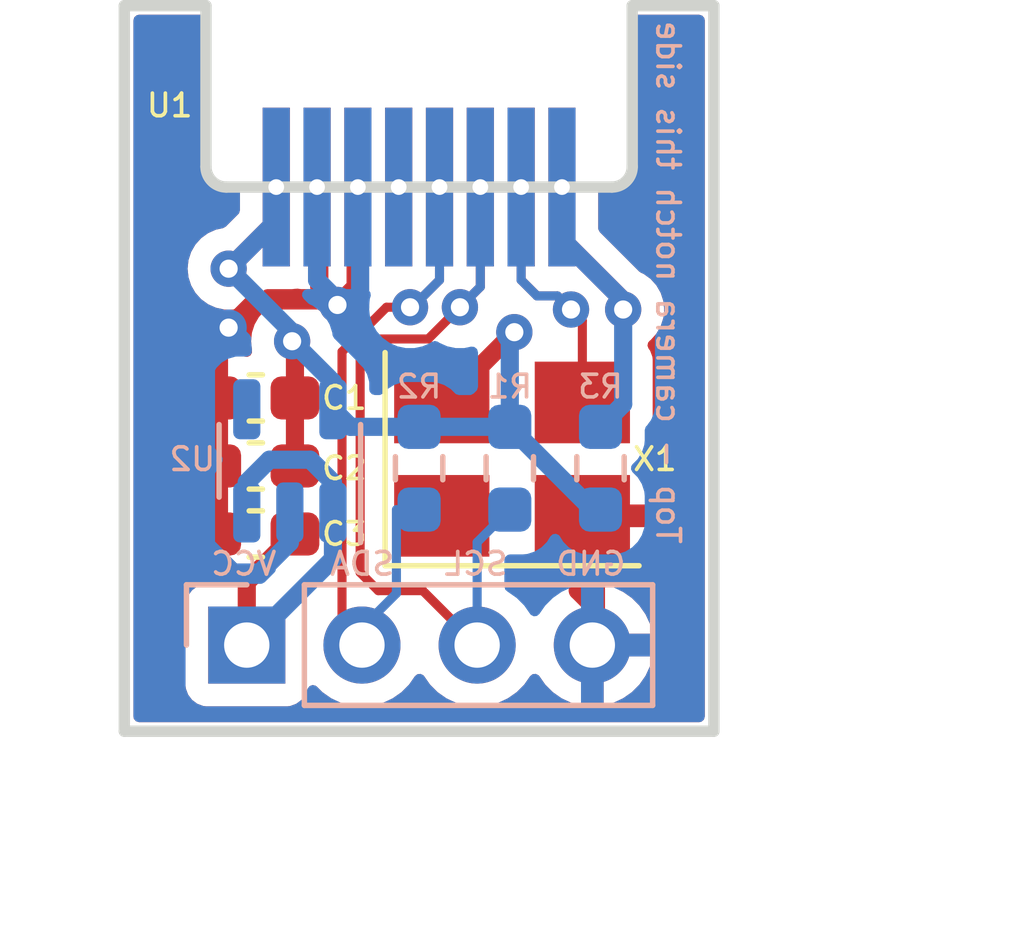
<source format=kicad_pcb>
(kicad_pcb (version 20221018) (generator pcbnew)
  (layers (0 "F.Cu" signal) (31 "B.Cu" signal) (34 "B.Paste" user) (35 "F.Paste" user) (36 "B.SilkS" user "B.Silkscreen") (37 "F.SilkS" user "F.Silkscreen") (38 "B.Mask" user) (39 "F.Mask" user) (44 "Edge.Cuts" user))
  (net 0 "")
  (net 1 "+3.3V")
  (net 2 "GND")
  (net 3 "+5V")
  (net 4 "/SDA")
  (net 5 "/SCL")
  (net 6 "Net-(U1-RESET)")
  (net 8 "/CLK")
  (footprint "Oscillator:Oscillator_SMD_SeikoEpson_SG8002CE-4Pin_3.2x2.5mm_HandSoldering" (layer "F.Cu") (at 158.55 91)
    (fp_text reference "X1" (at 3.15 0) (layer "F.SilkS") (effects (font (size 0.5 0.5) (thickness 0.08))))
    (fp_text value "SG3225CAN 24.0000M-TJGA3")
    (fp_line (start -2.8 -2.35) (end -2.8 2.35) (stroke (width 0.12)) (layer "F.SilkS"))
    (fp_line (start -2.8 2.35) (end 2.8 2.35) (stroke (width 0.12)) (layer "F.SilkS"))
    (pad "1" smd rect (at -1.55 1.25) (size 2.1 1.8) (layers "F.Cu" "F.Paste" "F.Mask"))
    (pad "2" smd rect (at 1.55 1.25) (size 2.1 1.8) (layers "F.Cu" "F.Paste" "F.Mask") (net 2 "GND"))
    (pad "3" smd rect (at 1.55 -1.25) (size 2.1 1.8) (layers "F.Cu" "F.Paste" "F.Mask") (net 8 "/CLK"))
    (pad "4" smd rect (at -1.55 -1.25) (size 2.1 1.8) (layers "F.Cu" "F.Paste" "F.Mask") (net 1 "+3.3V"))
  )
  (footprint "Capacitor_SMD:C_0603_1608Metric_Pad1.08x0.95mm_HandSolder" (layer "F.Cu") (at 152.9 89.65 180)
    (fp_text reference "C1" (at -1.95 0) (layer "F.SilkS") (effects (font (size 0.5 0.5) (thickness 0.08))))
    (fp_text value "0.1uF")
    (fp_line (start -0.146267 -0.51) (end 0.146267 -0.51) (stroke (width 0.12)) (layer "F.SilkS"))
    (fp_line (start -0.146267 0.51) (end 0.146267 0.51) (stroke (width 0.12)) (layer "F.SilkS"))
    (pad "1" smd roundrect (at -0.8625 0 180) (size 1.075 0.95) (layers "F.Cu" "F.Paste" "F.Mask") (net 1 "+3.3V"))
    (pad "2" smd roundrect (at 0.8625 0 180) (size 1.075 0.95) (layers "F.Cu" "F.Paste" "F.Mask") (net 2 "GND"))
  )
  (footprint "Capacitor_SMD:C_0603_1608Metric_Pad1.08x0.95mm_HandSolder" (layer "F.Cu") (at 152.9 91.15 180)
    (fp_text reference "C2" (at -1.95 -0.05) (layer "F.SilkS") (effects (font (size 0.5 0.5) (thickness 0.08))))
    (fp_text value "1uF")
    (fp_line (start -0.146267 -0.51) (end 0.146267 -0.51) (stroke (width 0.12)) (layer "F.SilkS"))
    (fp_line (start -0.146267 0.51) (end 0.146267 0.51) (stroke (width 0.12)) (layer "F.SilkS"))
    (pad "1" smd roundrect (at -0.8625 0 180) (size 1.075 0.95) (layers "F.Cu" "F.Paste" "F.Mask") (net 1 "+3.3V"))
    (pad "2" smd roundrect (at 0.8625 0 180) (size 1.075 0.95) (layers "F.Cu" "F.Paste" "F.Mask") (net 2 "GND"))
  )
  (footprint "GUN4IR:wiimote-pixart-camera-inline-castellated" (layer "F.Cu") (at 156.5 82.5)
    (fp_text reference "U1" (at -5.5 0.7 unlocked) (layer "F.SilkS") (effects (font (size 0.5 0.5) (thickness 0.08))))
    (fp_text value "~")
    (fp_line (start -4.7 -1.5) (end -4.7 2.05) (stroke (width 0.25)) (layer "Edge.Cuts"))
    (fp_line (start 4.25 2.5) (end -4.25 2.5) (stroke (width 0.25)) (layer "Edge.Cuts"))
    (fp_line (start 4.7 -1.5) (end 4.7 2.05) (stroke (width 0.25)) (layer "Edge.Cuts"))
    (fp_arc (start -4.25 2.5) (mid -4.568198 2.368198) (end -4.7 2.05) (stroke (width 0.25)) (layer "Edge.Cuts"))
    (fp_arc (start 4.7 2.05) (mid 4.568198 2.368198) (end 4.25 2.5) (stroke (width 0.25)) (layer "Edge.Cuts"))
    (pad "1" thru_hole circle (at -3.15 2.5) (size 0.6 0.6) (drill 0.346) (layers "*.Cu" "*.Mask") (net 1 "+3.3V"))
    (pad "1" smd rect (at -3.15 2.5) (size 0.6 3.5) (layers "F.Cu" "F.Paste" "F.Mask") (net 1 "+3.3V"))
    (pad "1" smd rect (at -3.15 2.5) (size 0.6 3.5) (layers "B.Cu" "B.Paste" "B.Mask") (net 1 "+3.3V"))
    (pad "2" thru_hole circle (at -2.25 2.5) (size 0.6 0.6) (drill 0.346) (layers "*.Cu" "*.Mask") (net 2 "GND"))
    (pad "2" smd rect (at -2.25 2.5) (size 0.6 3.5) (layers "F.Cu" "F.Paste" "F.Mask") (net 2 "GND"))
    (pad "2" smd rect (at -2.25 2.5) (size 0.6 3.5) (layers "B.Cu" "B.Paste" "B.Mask") (net 2 "GND"))
    (pad "3" thru_hole circle (at -1.35 2.5) (size 0.6 0.6) (drill 0.346) (layers "*.Cu" "*.Mask") (net 2 "GND"))
    (pad "3" smd rect (at -1.35 2.5) (size 0.6 3.5) (layers "F.Cu" "F.Paste" "F.Mask") (net 2 "GND"))
    (pad "3" smd rect (at -1.35 2.5) (size 0.6 3.5) (layers "B.Cu" "B.Paste" "B.Mask") (net 2 "GND"))
    (pad "4" thru_hole circle (at -0.45 2.5) (size 0.6 0.6) (drill 0.346) (layers "*.Cu" "*.Mask"))
    (pad "4" smd rect (at -0.45 2.5) (size 0.6 3.5) (layers "F.Cu" "F.Paste" "F.Mask"))
    (pad "4" smd rect (at -0.45 2.5) (size 0.6 3.5) (layers "B.Cu" "B.Paste" "B.Mask"))
    (pad "5" thru_hole circle (at 0.45 2.5) (size 0.6 0.6) (drill 0.346) (layers "*.Cu" "*.Mask") (net 5 "/SCL"))
    (pad "5" smd rect (at 0.45 2.5) (size 0.6 3.5) (layers "F.Cu" "F.Paste" "F.Mask") (net 5 "/SCL"))
    (pad "5" smd rect (at 0.45 2.5) (size 0.6 3.5) (layers "B.Cu" "B.Paste" "B.Mask") (net 5 "/SCL"))
    (pad "6" thru_hole circle (at 1.35 2.5) (size 0.6 0.6) (drill 0.346) (layers "*.Cu" "*.Mask") (net 4 "/SDA"))
    (pad "6" smd rect (at 1.35 2.5) (size 0.6 3.5) (layers "F.Cu" "F.Paste" "F.Mask") (net 4 "/SDA"))
    (pad "6" smd rect (at 1.35 2.5) (size 0.6 3.5) (layers "B.Cu" "B.Paste" "B.Mask") (net 4 "/SDA"))
    (pad "7" thru_hole circle (at 2.25 2.5) (size 0.6 0.6) (drill 0.346) (layers "*.Cu" "*.Mask") (net 8 "/CLK"))
    (pad "7" smd rect (at 2.25 2.5) (size 0.6 3.5) (layers "F.Cu" "F.Paste" "F.Mask") (net 8 "/CLK"))
    (pad "7" smd rect (at 2.25 2.5) (size 0.6 3.5) (layers "B.Cu" "B.Paste" "B.Mask") (net 8 "/CLK"))
    (pad "8" thru_hole circle (at 3.15 2.5) (size 0.6 0.6) (drill 0.346) (layers "*.Cu" "*.Mask") (net 6 "Net-(U1-RESET)"))
    (pad "8" smd rect (at 3.15 2.5) (size 0.6 3.5) (layers "F.Cu" "F.Paste" "F.Mask") (net 6 "Net-(U1-RESET)"))
    (pad "8" smd rect (at 3.15 2.5) (size 0.6 3.5) (layers "B.Cu" "B.Paste" "B.Mask") (net 6 "Net-(U1-RESET)"))
  )
  (footprint "Capacitor_SMD:C_0603_1608Metric_Pad1.08x0.95mm_HandSolder" (layer "F.Cu") (at 152.9 92.65 180)
    (fp_text reference "C3" (at -1.95 0) (layer "F.SilkS") (effects (font (size 0.5 0.5) (thickness 0.08))))
    (fp_text value "1uF")
    (fp_line (start -0.146267 -0.51) (end 0.146267 -0.51) (stroke (width 0.12)) (layer "F.SilkS"))
    (fp_line (start -0.146267 0.51) (end 0.146267 0.51) (stroke (width 0.12)) (layer "F.SilkS"))
    (pad "1" smd roundrect (at -0.8625 0 180) (size 1.075 0.95) (layers "F.Cu" "F.Paste" "F.Mask") (net 3 "+5V"))
    (pad "2" smd roundrect (at 0.8625 0 180) (size 1.075 0.95) (layers "F.Cu" "F.Paste" "F.Mask") (net 2 "GND"))
  )
  (footprint "Resistor_SMD:R_0603_1608Metric_Pad0.98x0.95mm_HandSolder" (layer "B.Cu") (at 160.5 91.2 90)
    (fp_text reference "R3" (at 1.8 0) (layer "B.SilkS") (effects (font (size 0.5 0.5) (thickness 0.08)) (justify mirror)))
    (fp_text value "330K")
    (fp_line (start -0.254724 -0.5225) (end 0.254724 -0.5225) (stroke (width 0.12)) (layer "B.SilkS"))
    (fp_line (start -0.254724 0.5225) (end 0.254724 0.5225) (stroke (width 0.12)) (layer "B.SilkS"))
    (pad "1" smd roundrect (at -0.9125 0 90) (size 0.975 0.95) (layers "B.Cu" "B.Paste" "B.Mask") (net 1 "+3.3V"))
    (pad "2" smd roundrect (at 0.9125 0 90) (size 0.975 0.95) (layers "B.Cu" "B.Paste" "B.Mask") (net 6 "Net-(U1-RESET)"))
  )
  (footprint "Connector_PinHeader_2.54mm:PinHeader_1x04_P2.54mm_Vertical" (layer "B.Cu") (at 152.7 95.1 -90)
    (fp_text reference "J1" hide)
    (fp_text value "Conn_01x04_Pin")
    (fp_line (start -1.33 -8.95) (end 1.33 -8.95) (stroke (width 0.12)) (layer "B.SilkS"))
    (fp_line (start -1.33 -1.27) (end -1.33 -8.95) (stroke (width 0.12)) (layer "B.SilkS"))
    (fp_line (start -1.33 -1.27) (end 1.33 -1.27) (stroke (width 0.12)) (layer "B.SilkS"))
    (fp_line (start -1.33 0) (end -1.33 1.33) (stroke (width 0.12)) (layer "B.SilkS"))
    (fp_line (start -1.33 1.33) (end 0 1.33) (stroke (width 0.12)) (layer "B.SilkS"))
    (fp_line (start 1.33 -1.27) (end 1.33 -8.95) (stroke (width 0.12)) (layer "B.SilkS"))
    (pad "1" thru_hole rect (at 0 0 270) (size 1.7 1.7) (drill 1) (layers "*.Cu" "*.Mask") (net 3 "+5V"))
    (pad "2" thru_hole oval (at 0 -2.54 270) (size 1.7 1.7) (drill 1) (layers "*.Cu" "*.Mask") (net 5 "/SCL"))
    (pad "3" thru_hole oval (at 0 -5.08 270) (size 1.7 1.7) (drill 1) (layers "*.Cu" "*.Mask") (net 4 "/SDA"))
    (pad "4" thru_hole oval (at 0 -7.62 270) (size 1.7 1.7) (drill 1) (layers "*.Cu" "*.Mask") (net 2 "GND"))
  )
  (footprint "Resistor_SMD:R_0603_1608Metric_Pad0.98x0.95mm_HandSolder" (layer "B.Cu") (at 156.5 91.2 90)
    (fp_text reference "R2" (at 1.8 0) (layer "B.SilkS") (effects (font (size 0.5 0.5) (thickness 0.08)) (justify mirror)))
    (fp_text value "2.7K")
    (fp_line (start -0.254724 -0.5225) (end 0.254724 -0.5225) (stroke (width 0.12)) (layer "B.SilkS"))
    (fp_line (start -0.254724 0.5225) (end 0.254724 0.5225) (stroke (width 0.12)) (layer "B.SilkS"))
    (pad "1" smd roundrect (at -0.9125 0 90) (size 0.975 0.95) (layers "B.Cu" "B.Paste" "B.Mask") (net 5 "/SCL"))
    (pad "2" smd roundrect (at 0.9125 0 90) (size 0.975 0.95) (layers "B.Cu" "B.Paste" "B.Mask") (net 1 "+3.3V"))
  )
  (footprint "Resistor_SMD:R_0603_1608Metric_Pad0.98x0.95mm_HandSolder" (layer "B.Cu") (at 158.5 91.2 -90)
    (fp_text reference "R1" (at -1.8 0) (layer "B.SilkS") (effects (font (size 0.5 0.5) (thickness 0.08)) (justify mirror)))
    (fp_text value "2.7K")
    (fp_line (start -0.254724 -0.5225) (end 0.254724 -0.5225) (stroke (width 0.12)) (layer "B.SilkS"))
    (fp_line (start -0.254724 0.5225) (end 0.254724 0.5225) (stroke (width 0.12)) (layer "B.SilkS"))
    (pad "1" smd roundrect (at -0.9125 0 270) (size 0.975 0.95) (layers "B.Cu" "B.Paste" "B.Mask") (net 1 "+3.3V"))
    (pad "2" smd roundrect (at 0.9125 0 270) (size 0.975 0.95) (layers "B.Cu" "B.Paste" "B.Mask") (net 4 "/SDA"))
  )
  (footprint "Package_TO_SOT_SMD:SOT-23-5" (layer "B.Cu") (at 153.65 91.0375 90)
    (fp_text reference "U2" (at 0.0375 -2.15) (layer "B.SilkS") (effects (font (size 0.5 0.5) (thickness 0.08)) (justify mirror)))
    (fp_text value "AP2112-3.3V")
    (fp_line (start 0 -1.56) (end -0.8 -1.56) (stroke (width 0.12)) (layer "B.SilkS"))
    (fp_line (start 0 -1.56) (end 0.8 -1.56) (stroke (width 0.12)) (layer "B.SilkS"))
    (fp_line (start 0 1.56) (end -1.8 1.56) (stroke (width 0.12)) (layer "B.SilkS"))
    (fp_line (start 0 1.56) (end 0.8 1.56) (stroke (width 0.12)) (layer "B.SilkS"))
    (pad "1" smd roundrect (at -1.1375 0.95 90) (size 1.325 0.6) (layers "B.Cu" "B.Paste" "B.Mask") (net 3 "+5V"))
    (pad "2" smd roundrect (at -1.1375 0 90) (size 1.325 0.6) (layers "B.Cu" "B.Paste" "B.Mask") (net 2 "GND"))
    (pad "3" smd roundrect (at -1.1375 -0.95 90) (size 1.325 0.6) (layers "B.Cu" "B.Paste" "B.Mask") (net 3 "+5V"))
    (pad "4" smd roundrect (at 1.1375 -0.95 90) (size 1.325 0.6) (layers "B.Cu" "B.Paste" "B.Mask"))
    (pad "5" smd roundrect (at 1.1375 0.95 90) (size 1.325 0.6) (layers "B.Cu" "B.Paste" "B.Mask") (net 1 "+3.3V"))
  )
  (gr_line (start 150 97) (end 163 97) (stroke (width 0.25)) (layer "Edge.Cuts"))
  (gr_line (start 151.8 81) (end 150 81) (stroke (width 0.25)) (layer "Edge.Cuts"))
  (gr_line (start 150 81) (end 150 97) (stroke (width 0.25)) (layer "Edge.Cuts"))
  (gr_line (start 163 97) (end 163 81) (stroke (width 0.25)) (layer "Edge.Cuts"))
  (gr_line (start 163 81) (end 161.2 81) (stroke (width 0.25)) (layer "Edge.Cuts"))
  (gr_text "Top - camera notch this side" (at 161.7 87.1 270) (layer "B.SilkS") (effects (font (size 0.5 0.5) (thickness 0.08)) (justify bottom mirror)))
  (gr_text "VCC" (at 153.4 93.6) (layer "B.SilkS") (effects (font (size 0.5 0.5) (thickness 0.08)) (justify left bottom mirror)))
  (gr_text "SCL" (at 158.5 93.6) (layer "B.SilkS") (effects (font (size 0.5 0.5) (thickness 0.08)) (justify left bottom mirror)))
  (gr_text "GND" (at 161.1 93.6) (layer "B.SilkS") (effects (font (size 0.5 0.5) (thickness 0.08)) (justify left bottom mirror)))
  (gr_text "SDA" (at 156 93.6) (layer "B.SilkS") (effects (font (size 0.5 0.5) (thickness 0.08)) (justify left bottom mirror)))
  (segment (start 153.35 85.75) (end 153.35 85.2) (width 0.4) (layer "F.Cu") (net 1))
  (segment (start 152.3 86.8) (end 153.35 85.75) (width 0.4) (layer "F.Cu") (net 1))
  (segment (start 157 89.75) (end 157.15 89.75) (width 0.4) (layer "F.Cu") (net 1))
  (segment (start 153.7625 91.15) (end 153.7625 89.65) (width 0.4) (layer "F.Cu") (net 1))
  (segment (start 157.05 89.75) (end 158.6 88.2) (width 0.4) (layer "F.Cu") (net 1))
  (segment (start 153.7625 89.65) (end 153.7625 88.4625) (width 0.4) (layer "F.Cu") (net 1))
  (segment (start 157.25 89.75) (end 157 89.75) (width 0.4) (layer "F.Cu") (net 1))
  (segment (start 157 89.75) (end 157.05 89.75) (width 0.4) (layer "F.Cu") (net 1))
  (segment (start 153.7625 88.4625) (end 153.7 88.4) (width 0.4) (layer "F.Cu") (net 1))
  (via (at 158.6 88.2) (size 0.8) (drill 0.4) (layers "F.Cu" "B.Cu") (net 1))
  (via (at 153.7 88.4) (size 0.8) (drill 0.4) (layers "F.Cu" "B.Cu") (net 1))
  (via (at 152.3 86.8) (size 0.8) (drill 0.4) (layers "F.Cu" "B.Cu") (net 1))
  (segment (start 158.5 88.3) (end 158.6 88.2) (width 0.4) (layer "B.Cu") (net 1))
  (segment (start 154.6 89.3) (end 153.7 88.4) (width 0.4) (layer "B.Cu") (net 1))
  (segment (start 153.7 88.2) (end 153.7 88.4) (width 0.4) (layer "B.Cu") (net 1))
  (segment (start 158.5 90.2875) (end 158.5 88.3) (width 0.4) (layer "B.Cu") (net 1))
  (segment (start 153.3 85.8) (end 153.3 85.3) (width 0.4) (layer "B.Cu") (net 1))
  (segment (start 160.5 92.1125) (end 160.325 92.1125) (width 0.4) (layer "B.Cu") (net 1))
  (segment (start 156.5 90.2875) (end 156.5 90.216572) (width 0.4) (layer "B.Cu") (net 1))
  (segment (start 158.6 90.1875) (end 158.5 90.2875) (width 0.4) (layer "B.Cu") (net 1))
  (segment (start 158.5 90.2875) (end 156.5 90.2875) (width 0.4) (layer "B.Cu") (net 1))
  (segment (start 154.9875 90.2875) (end 154.6 89.9) (width 0.4) (layer "B.Cu") (net 1))
  (segment (start 154.6 89.9) (end 154.6 89.3) (width 0.4) (layer "B.Cu") (net 1))
  (segment (start 152.3 86.8) (end 153.7 88.2) (width 0.4) (layer "B.Cu") (net 1))
  (segment (start 156.5 90.2875) (end 154.9875 90.2875) (width 0.4) (layer "B.Cu") (net 1))
  (segment (start 160.325 92.1125) (end 158.5 90.2875) (width 0.4) (layer "B.Cu") (net 1))
  (segment (start 152.3 86.8) (end 153.3 85.8) (width 0.4) (layer "B.Cu") (net 1))
  (segment (start 154.7 87.6) (end 154.6 87.5) (width 0.4) (layer "F.Cu") (net 2))
  (segment (start 160.32 95.1) (end 160.32 94.22) (width 0.4) (layer "F.Cu") (net 2))
  (segment (start 160.4 93.3) (end 160.4 95) (width 0.4) (layer "F.Cu") (net 2))
  (segment (start 154.3 87.2) (end 154.3 86.2) (width 0.4) (layer "F.Cu") (net 2))
  (segment (start 160.32 94.22) (end 160 93.9) (width 0.4) (layer "F.Cu") (net 2))
  (segment (start 154.7 87.6) (end 154.3 87.2) (width 0.4) (layer "F.Cu") (net 2))
  (segment (start 152.9 87.5) (end 152.3 88.1) (width 0.4) (layer "F.Cu") (net 2))
  (segment (start 160.04 92.71) (end 160.3 92.45) (width 0.4) (layer "F.Cu") (net 2))
  (segment (start 160 93.9) (end 160 92.6) (width 0.4) (layer "F.Cu") (net 2))
  (segment (start 154.7 87.6) (end 155.1 87.2) (width 0.4) (layer "F.Cu") (net 2))
  (segment (start 155.1 87.2) (end 155.1 86.4) (width 0.4) (layer "F.Cu") (net 2))
  (segment (start 154.6 87.5) (end 152.9 87.5) (width 0.4) (layer "F.Cu") (net 2))
  (segment (start 160.1 92.45) (end 160.1 93) (width 0.4) (layer "F.Cu") (net 2))
  (segment (start 160.1 93) (end 160.4 93.3) (width 0.4) (layer "F.Cu") (net 2))
  (via (at 152.3 88.1) (size 0.8) (drill 0.4) (layers "F.Cu" "B.Cu") (net 2))
  (via (at 154.7 87.6) (size 0.8) (drill 0.4) (layers "F.Cu" "B.Cu") (net 2))
  (segment (start 153.65 92.837499) (end 153.65 92.175) (width 0.4) (layer "B.Cu") (net 2))
  (segment (start 154.25 87.05) (end 154.25 85.2) (width 0.4) (layer "B.Cu") (net 2))
  (segment (start 155.05 87.5) (end 154.7 87.5) (width 0.4) (layer "B.Cu") (net 2))
  (segment (start 154.7 87.5) (end 154.25 87.05) (width 0.4) (layer "B.Cu") (net 2))
  (segment (start 155.2 87.65) (end 155.2 85.2) (width 0.4) (layer "B.Cu") (net 2))
  (segment (start 152.4 93.5) (end 152.987499 93.5) (width 0.4) (layer "B.Cu") (net 2))
  (segment (start 152.3 88.1) (end 151.8 88.6) (width 0.4) (layer "B.Cu") (net 2))
  (segment (start 151.8 88.6) (end 151.8 92.9) (width 0.4) (layer "B.Cu") (net 2))
  (segment (start 151.8 92.9) (end 152.4 93.5) (width 0.4) (layer "B.Cu") (net 2))
  (segment (start 155.2 87.65) (end 155.05 87.5) (width 0.4) (layer "B.Cu") (net 2))
  (segment (start 152.987499 93.5) (end 153.65 92.837499) (width 0.4) (layer "B.Cu") (net 2))
  (segment (start 155.2 85.2) (end 155.15 85.2) (width 0.4) (layer "B.Cu") (net 2))
  (segment (start 152.7 95) (end 152.7 93.7125) (width 0.4) (layer "F.Cu") (net 3))
  (segment (start 152.7 93.7125) (end 153.7625 92.65) (width 0.4) (layer "F.Cu") (net 3))
  (segment (start 154.6 91.512501) (end 154.099999 91.0125) (width 0.4) (layer "B.Cu") (net 3))
  (segment (start 154.099999 91.0125) (end 153.200001 91.0125) (width 0.4) (layer "B.Cu") (net 3))
  (segment (start 152.7 95.1) (end 154.6 93.2) (width 0.4) (layer "B.Cu") (net 3))
  (segment (start 154.6 93.2) (end 154.6 92.175) (width 0.4) (layer "B.Cu") (net 3))
  (segment (start 152.7 91.512501) (end 152.7 92.175) (width 0.4) (layer "B.Cu") (net 3))
  (segment (start 154.6 92.175) (end 154.6 91.512501) (width 0.4) (layer "B.Cu") (net 3))
  (segment (start 153.200001 91.0125) (end 152.7 91.512501) (width 0.4) (layer "B.Cu") (net 3))
  (segment (start 157.85 87.2) (end 157.85 85.1) (width 0.2) (layer "F.Cu") (net 4))
  (segment (start 157.4 87.65) (end 157.85 87.2) (width 0.2) (layer "F.Cu") (net 4))
  (segment (start 155.6 93.9) (end 155.2 93.5) (width 0.2) (layer "F.Cu") (net 4))
  (segment (start 155.65 88.35) (end 156.7 88.35) (width 0.2) (layer "F.Cu") (net 4))
  (segment (start 156.58 93.9) (end 155.6 93.9) (width 0.2) (layer "F.Cu") (net 4))
  (segment (start 156.7 88.35) (end 157.4 87.65) (width 0.2) (layer "F.Cu") (net 4))
  (segment (start 155.2 93.5) (end 155.2 88.8) (width 0.2) (layer "F.Cu") (net 4))
  (segment (start 155.2 88.8) (end 155.65 88.35) (width 0.2) (layer "F.Cu") (net 4))
  (segment (start 157.78 95.1) (end 156.58 93.9) (width 0.2) (layer "F.Cu") (net 4))
  (via (at 157.4 87.65) (size 0.8) (drill 0.4) (layers "F.Cu" "B.Cu") (net 4))
  (segment (start 157.78 92.8325) (end 158.5 92.1125) (width 0.2) (layer "B.Cu") (net 4))
  (segment (start 157.85 87.2) (end 157.85 85.1) (width 0.2) (layer "B.Cu") (net 4))
  (segment (start 157.4 87.65) (end 157.85 87.2) (width 0.2) (layer "B.Cu") (net 4))
  (segment (start 158.5 92.1125) (end 158.325 92.1125) (width 0.4) (layer "B.Cu") (net 4))
  (segment (start 157.78 95.1) (end 157.78 92.8325) (width 0.2) (layer "B.Cu") (net 4))
  (segment (start 156.95 87.05) (end 156.95 85.1) (width 0.2) (layer "F.Cu") (net 5))
  (segment (start 156.3 87.65) (end 155.781371 87.65) (width 0.2) (layer "F.Cu") (net 5))
  (segment (start 156.35 87.65) (end 156.95 87.05) (width 0.2) (layer "F.Cu") (net 5))
  (segment (start 154.8005 94.5605) (end 155.24 95) (width 0.2) (layer "F.Cu") (net 5))
  (segment (start 154.8005 94.8405) (end 154.96 95) (width 0.2) (layer "F.Cu") (net 5))
  (segment (start 155.781371 87.65) (end 154.8 88.631371) (width 0.2) (layer "F.Cu") (net 5))
  (segment (start 156.3 87.65) (end 156.35 87.65) (width 0.2) (layer "F.Cu") (net 5))
  (segment (start 154.8 94.66) (end 155.24 95.1) (width 0.2) (layer "F.Cu") (net 5))
  (segment (start 154.8 88.631371) (end 154.8 94.66) (width 0.2) (layer "F.Cu") (net 5))
  (via (at 156.3 87.65) (size 0.8) (drill 0.4) (layers "F.Cu" "B.Cu") (net 5))
  (segment (start 156.35 87.65) (end 156.95 87.05) (width 0.2) (layer "B.Cu") (net 5))
  (segment (start 156 93.96) (end 156 92.1125) (width 0.2) (layer "B.Cu") (net 5))
  (segment (start 154.96 95) (end 156 93.96) (width 0.2) (layer "B.Cu") (net 5))
  (segment (start 156.95 87.05) (end 156.95 85.1) (width 0.2) (layer "B.Cu") (net 5))
  (segment (start 156.3 87.65) (end 156.35 87.65) (width 0.2) (layer "B.Cu") (net 5))
  (segment (start 160.95 87.65) (end 160.95 87.45) (width 0.4) (layer "F.Cu") (net 6))
  (segment (start 160.95 87.45) (end 159.65 86.15) (width 0.4) (layer "F.Cu") (net 6))
  (via (at 161 87.7) (size 0.8) (drill 0.4) (layers "F.Cu" "B.Cu") (net 6))
  (segment (start 161 89.7875) (end 161 87.7) (width 0.4) (layer "B.Cu") (net 6))
  (segment (start 160.5 90.2875) (end 161 89.7875) (width 0.4) (layer "B.Cu") (net 6))
  (segment (start 161 87.5) (end 159.7 86.2) (width 0.4) (layer "B.Cu") (net 6))
  (segment (start 161 87.7) (end 161 87.5) (width 0.4) (layer "B.Cu") (net 6))
  (segment (start 160.1 89.75) (end 160.1 87.95) (width 0.2) (layer "F.Cu") (net 8))
  (segment (start 158.75 87.05) (end 158.75 85.1) (width 0.2) (layer "F.Cu") (net 8))
  (segment (start 159.1 87.4) (end 158.75 87.05) (width 0.2) (layer "F.Cu") (net 8))
  (segment (start 159.85 87.7) (end 159.55 87.4) (width 0.2) (layer "F.Cu") (net 8))
  (segment (start 159.55 87.4) (end 159.1 87.4) (width 0.2) (layer "F.Cu") (net 8))
  (segment (start 160.1 87.95) (end 159.85 87.7) (width 0.2) (layer "F.Cu") (net 8))
  (via (at 159.85 87.7) (size 0.8) (drill 0.4) (layers "F.Cu" "B.Cu") (net 8))
  (segment (start 159.85 87.7) (end 159.55 87.4) (width 0.2) (layer "B.Cu") (net 8))
  (segment (start 158.75 87.05) (end 158.75 85.1) (width 0.2) (layer "B.Cu") (net 8))
  (segment (start 159.55 87.4) (end 159.1 87.4) (width 0.2) (layer "B.Cu") (net 8))
  (segment (start 159.1 87.4) (end 158.75 87.05) (width 0.2) (layer "B.Cu") (net 8))
  (zone (net 2) (net_name "GND") (layers "F&B.Cu") (connect_pads (clearance 0.5)) (min_thickness 0.25) (fill yes (thermal_gap 0.5) (thermal_bridge_width 0.5))
    (polygon (pts (xy 150.2 81.2) (xy 150.2 96.8) (xy 162.8 96.8) (xy 162.8 81.2)))
  )
)
</source>
